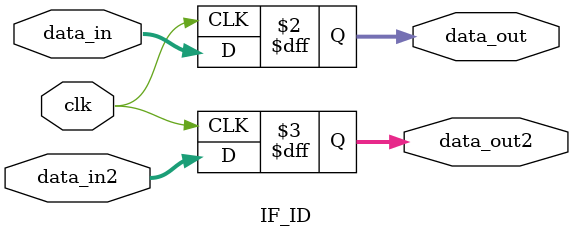
<source format=v>
module IF_ID#(parameter SIZE = 32)(
    input clk,
    input [SIZE-1:0] data_in,
    input [SIZE-1:0] data_in2,
    output reg [SIZE-1:0] data_out,
    output reg [SIZE-1:0] data_out2
);

always @(posedge clk) begin
	if(clk) begin
		data_out <= data_in;
		data_out2 <= data_in2;
	end
end

endmodule

</source>
